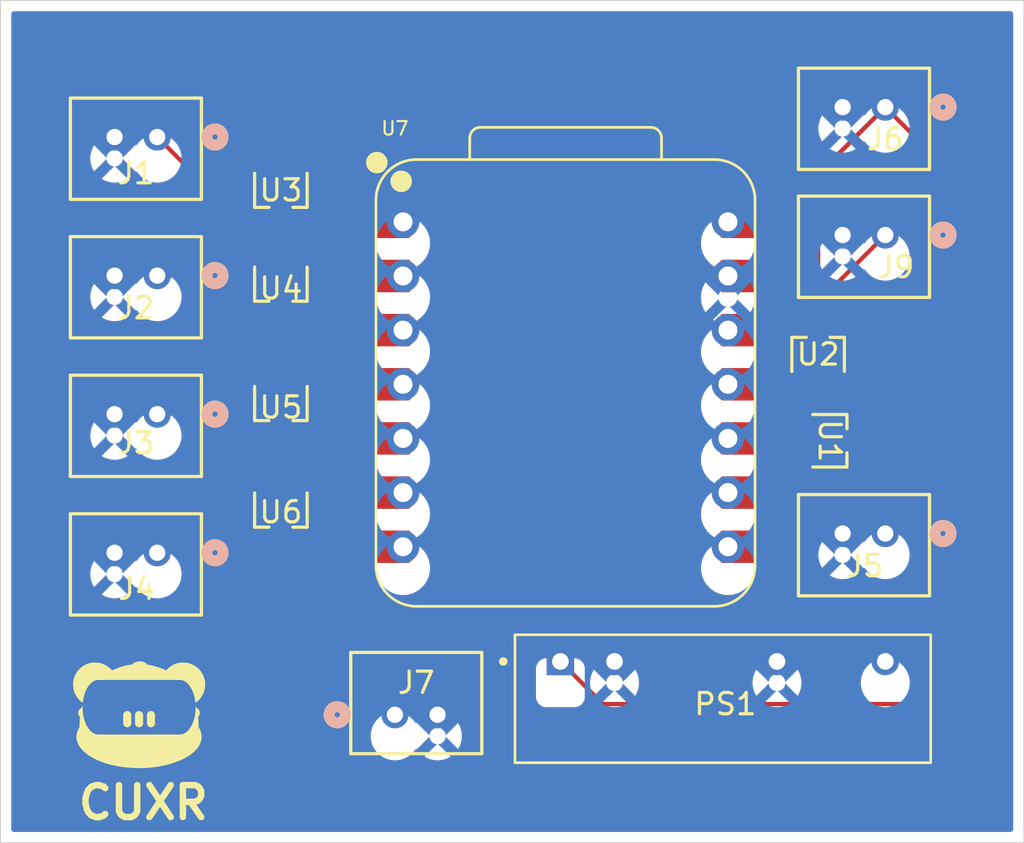
<source format=kicad_pcb>
(kicad_pcb (version 20241229) (generator "pcbnew") (generator_version "9.0")
  (layers (0 "F.Cu" signal) (2 "B.Cu" signal) (13 "F.Paste" user) (15 "B.Paste" user) (5 "F.SilkS" user "F.Silkscreen") (7 "B.SilkS" user "B.Silkscreen") (1 "F.Mask" user) (3 "B.Mask" user) (25 "Edge.Cuts" user))
  (net 0 "")
  (net 1 "5V Fan Out")
  (net 2 "Battery 2 In")
  (net 3 "Atomizer 1 Out")
  (net 4 "Net-(U1-G)")
  (net 5 "12V Fan Out")
  (net 6 "Atomizer 2 Out")
  (net 7 "Atomizer 3 Out")
  (net 8 "Net-(U2-G)")
  (net 9 "Net-(U3-G)")
  (net 10 "Atomizer 4 Out")
  (net 11 "Net-(U4-G)")
  (net 12 "Net-(U5-G)")
  (net 13 "Net-(U6-G)")
  (net 16 "GND")
  (net 19 "Battery 1 In")
  (net 21 "Converter Out")
  (footprint "footprints_connector:CONN2_B2B-PH-K-S_JST" (layer "F.Cu") (at 84.850002 68.9017)
    (property "Reference" "J3" (at -1 1.360398 0) (layer "F.SilkS"))
    (property "Value" "B2B-PH-K-S" (hide yes))
    (fp_line (start -4.0734 -1.827) (end -4.0734 2.922801) (stroke (width 0.1524)) (layer "F.SilkS"))
    (fp_line (start -4.0734 2.922801) (end 2.0734 2.922801) (stroke (width 0.1524)) (layer "F.SilkS"))
    (fp_line (start 2.0734 -1.827) (end -4.0734 -1.827) (stroke (width 0.1524)) (layer "F.SilkS"))
    (fp_line (start 2.0734 2.922801) (end 2.0734 -1.827) (stroke (width 0.1524)) (layer "F.SilkS"))
    (fp_circle (center 2.7084 0) (end 3.0894 0) (stroke (width 0.508)) (fill no) (layer "F.SilkS"))
    (fp_circle (center 2.7084 0) (end 3.0894 0) (stroke (width 0.508)) (fill no) (layer "B.SilkS"))
    (pad "1" thru_hole circle (at 0 0) (size 1.27 1.27) (drill 0.762) (layers "*.Cu" "*.Mask") (net 7 "Atomizer 3 Out"))
    (pad "2" thru_hole circle (at -2.000001 0) (size 1.27 1.27) (drill 0.762) (layers "*.Cu" "*.Mask") (net 16 "GND"))
  )
  (footprint "footprints:SOT_12UW-7_DIO" (layer "F.Cu") (at 115.850001 66.0983)
    (property "Reference" "U2" (at 0 0 0) (layer "F.SilkS"))
    (property "Value" "DMG1012UW-7" (hide yes))
    (fp_line (start -1.2319 -0.8001) (end -1.2319 0.8001) (stroke (width 0.1524)) (layer "F.SilkS"))
    (fp_line (start -0.56134 -0.8001) (end -1.2319 -0.8001) (stroke (width 0.1524)) (layer "F.SilkS"))
    (fp_line (start 1.2319 -0.8001) (end 0.56134 -0.8001) (stroke (width 0.1524)) (layer "F.SilkS"))
    (fp_line (start 1.2319 0.8001) (end 1.2319 -0.8001) (stroke (width 0.1524)) (layer "F.SilkS"))
    (pad "1" smd rect (at -0.649999 0.9017) (size 0.4572 1.1176) (layers "F.Cu" "F.Mask" "F.Paste") (net 8 "Net-(U2-G)"))
    (pad "2" smd rect (at 0.649999 0.9017) (size 0.4572 1.1176) (layers "F.Cu" "F.Mask" "F.Paste") (net 1 "5V Fan Out"))
    (pad "3" smd rect (at 0 -0.9017) (size 0.4572 1.1176) (layers "F.Cu" "F.Mask" "F.Paste") (net 2 "Battery 2 In"))
  )
  (footprint "footprints_connector:CONN2_B2B-PH-K-S_JST" (layer "F.Cu") (at 84.850001 62.4017)
    (property "Reference" "J2" (at -1 1.526399 0) (layer "F.SilkS"))
    (property "Value" "B2B-PH-K-S" (hide yes))
    (fp_line (start -4.0734 -1.827) (end -4.0734 2.922801) (stroke (width 0.1524)) (layer "F.SilkS"))
    (fp_line (start -4.0734 2.922801) (end 2.0734 2.922801) (stroke (width 0.1524)) (layer "F.SilkS"))
    (fp_line (start 2.0734 -1.827) (end -4.0734 -1.827) (stroke (width 0.1524)) (layer "F.SilkS"))
    (fp_line (start 2.0734 2.922801) (end 2.0734 -1.827) (stroke (width 0.1524)) (layer "F.SilkS"))
    (fp_circle (center 2.7084 0) (end 3.0894 0) (stroke (width 0.508)) (fill no) (layer "F.SilkS"))
    (fp_circle (center 2.7084 0) (end 3.0894 0) (stroke (width 0.508)) (fill no) (layer "B.SilkS"))
    (pad "1" thru_hole circle (at 0 0) (size 1.27 1.27) (drill 0.762) (layers "*.Cu" "*.Mask") (net 6 "Atomizer 2 Out"))
    (pad "2" thru_hole circle (at -2.000001 0) (size 1.27 1.27) (drill 0.762) (layers "*.Cu" "*.Mask") (net 16 "GND"))
  )
  (footprint "footprints:SOT_12UW-7_DIO" (layer "F.Cu") (at 116.4017 70.149999 -90)
    (property "Reference" "U1" (at 0 0 270) (layer "F.SilkS"))
    (property "Value" "DMG1012UW-7" (hide yes))
    (fp_line (start 1.2319 0.8001) (end 1.2319 -0.8001) (stroke (width 0.1524)) (layer "F.SilkS"))
    (fp_line (start -1.2319 -0.8001) (end -1.2319 0.8001) (stroke (width 0.1524)) (layer "F.SilkS"))
    (fp_line (start -0.56134 -0.8001) (end -1.2319 -0.8001) (stroke (width 0.1524)) (layer "F.SilkS"))
    (fp_line (start 1.2319 -0.8001) (end 0.56134 -0.8001) (stroke (width 0.1524)) (layer "F.SilkS"))
    (pad "1" smd rect (at -0.649999 0.9017 270) (size 0.4572 1.1176) (layers "F.Cu" "F.Mask" "F.Paste") (net 4 "Net-(U1-G)"))
    (pad "2" smd rect (at 0.649999 0.9017 270) (size 0.4572 1.1176) (layers "F.Cu" "F.Mask" "F.Paste") (net 5 "12V Fan Out"))
    (pad "3" smd rect (at 0 -0.9017 270) (size 0.4572 1.1176) (layers "F.Cu" "F.Mask" "F.Paste") (net 21 "Converter Out"))
  )
  (footprint "SeeedStudio_XIAO_nRF52840_v1.1_KiCAD:XIAO-nRF52840-DIP" (layer "F.Cu") (at 104 67.5)
    (property "Reference" "U7" (at -8 -12 0) (layer "F.SilkS") (effects (font (size 0.635 0.635) (thickness 0.1016))))
    (property "Value" "XIAO-nRF52840-DIP" (hide yes))
    (fp_line (start -8.89 8.509) (end -8.89 -8.636) (stroke (width 0.127)) (layer "F.SilkS"))
    (fp_line (start -6.985 10.414) (end 6.985 10.414) (stroke (width 0.127)) (layer "F.SilkS"))
    (fp_line (start -4.495 -10.541) (end -4.491272 -11.551272) (stroke (width 0.127)) (layer "F.SilkS"))
    (fp_line (start -3.991272 -12.051) (end 4.004 -12.051) (stroke (width 0.127)) (layer "F.SilkS"))
    (fp_line (start 4.504 -11.551) (end 4.504 -10.541) (stroke (width 0.127)) (layer "F.SilkS"))
    (fp_line (start 6.985 -10.541) (end -6.985 -10.541) (stroke (width 0.1)) (layer "F.SilkS"))
    (fp_line (start 6.985 -10.541) (end -6.985 -10.541) (stroke (width 0.127)) (layer "F.SilkS"))
    (fp_line (start 8.89 8.509) (end 8.89 -8.636) (stroke (width 0.127)) (layer "F.SilkS"))
    (fp_arc (start -8.89 -8.636) (mid -8.332038 -9.983038) (end -6.985 -10.541) (stroke (width 0.127)) (layer "F.SilkS"))
    (fp_arc (start -6.985 10.414) (mid -8.332038 9.856038) (end -8.89 8.509) (stroke (width 0.127)) (layer "F.SilkS"))
    (fp_arc (start -4.491272 -11.551272) (mid -4.344728 -11.90464) (end -3.991272 -12.051) (stroke (width 0.127)) (layer "F.SilkS"))
    (fp_arc (start 4.004 -12.051) (mid 4.357524 -11.904524) (end 4.504 -11.551) (stroke (width 0.127)) (layer "F.SilkS"))
    (fp_arc (start 6.985 -10.541) (mid 8.332038 -9.983038) (end 8.89 -8.636) (stroke (width 0.127)) (layer "F.SilkS"))
    (fp_arc (start 8.89 8.509) (mid 8.332038 9.856038) (end 6.985 10.414) (stroke (width 0.127)) (layer "F.SilkS"))
    (fp_circle (center -8.85 -10.4) (end -8.85 -10.654) (stroke (width 0.5)) (fill yes) (layer "F.SilkS"))
    (fp_circle (center -7.707 -9.52) (end -7.707 -9.774) (stroke (width 0.5)) (fill yes) (layer "F.SilkS"))
    (pad "1" smd roundrect (at -8.455 -7.62 180) (size 2.432 1.524) (layers "F.Cu" "F.Mask") (roundrect_rratio 0.1))
    (pad "1" thru_hole circle (at -7.62 -7.62 180) (size 1.524 1.524) (drill 0.889) (layers "*.Cu" "*.Mask"))
    (pad "2" smd roundrect (at -8.455 -5.08 180) (size 2.432 1.524) (layers "F.Cu" "F.Mask") (roundrect_rratio 0.1) (net 9 "Net-(U3-G)"))
    (pad "2" thru_hole circle (at -7.62 -5.08 180) (size 1.524 1.524) (drill 0.889) (layers "*.Cu" "*.Mask") (net 9 "Net-(U3-G)"))
    (pad "3" smd roundrect (at -8.455 -2.54 180) (size 2.432 1.524) (layers "F.Cu" "F.Mask") (roundrect_rratio 0.1) (net 11 "Net-(U4-G)"))
    (pad "3" thru_hole circle (at -7.62 -2.54 180) (size 1.524 1.524) (drill 0.889) (layers "*.Cu" "*.Mask") (net 11 "Net-(U4-G)"))
    (pad "4" smd roundrect (at -8.455 0 180) (size 2.432 1.524) (layers "F.Cu" "F.Mask") (roundrect_rratio 0.1) (net 12 "Net-(U5-G)"))
    (pad "4" thru_hole circle (at -7.62 0 180) (size 1.524 1.524) (drill 0.889) (layers "*.Cu" "*.Mask") (net 12 "Net-(U5-G)"))
    (pad "5" smd roundrect (at -8.455 2.54 180) (size 2.432 1.524) (layers "F.Cu" "F.Mask") (roundrect_rratio 0.1) (net 13 "Net-(U6-G)"))
    (pad "5" thru_hole circle (at -7.62 2.54 180) (size 1.524 1.524) (drill 0.889) (layers "*.Cu" "*.Mask") (net 13 "Net-(U6-G)"))
    (pad "6" smd roundrect (at -8.455 5.08 180) (size 2.432 1.524) (layers "F.Cu" "F.Mask") (roundrect_rratio 0.1))
    (pad "6" thru_hole circle (at -7.62 5.08 180) (size 1.524 1.524) (drill 0.889) (layers "*.Cu" "*.Mask"))
    (pad "7" smd roundrect (at -8.455 7.62 180) (size 2.432 1.524) (layers "F.Cu" "F.Mask") (roundrect_rratio 0.1))
    (pad "7" thru_hole circle (at -7.62 7.62 180) (size 1.524 1.524) (drill 0.889) (layers "*.Cu" "*.Mask"))
    (pad "8" thru_hole circle (at 7.62 7.62) (size 1.524 1.524) (drill 0.889) (layers "*.Cu" "*.Mask"))
    (pad "8" smd roundrect (at 8.455 7.62) (size 2.432 1.524) (layers "F.Cu" "F.Mask") (roundrect_rratio 0.1))
    (pad "9" thru_hole circle (at 7.62 5.08) (size 1.524 1.524) (drill 0.889) (layers "*.Cu" "*.Mask"))
    (pad "9" smd roundrect (at 8.455 5.08) (size 2.432 1.524) (layers "F.Cu" "F.Mask") (roundrect_rratio 0.1))
    (pad "10" thru_hole circle (at 7.62 2.54) (size 1.524 1.524) (drill 0.889) (layers "*.Cu" "*.Mask") (net 4 "Net-(U1-G)"))
    (pad "10" smd roundrect (at 8.455 2.54) (size 2.432 1.524) (layers "F.Cu" "F.Mask") (roundrect_rratio 0.1) (net 4 "Net-(U1-G)"))
    (pad "11" thru_hole circle (at 7.62 0) (size 1.524 1.524) (drill 0.889) (layers "*.Cu" "*.Mask") (net 8 "Net-(U2-G)"))
    (pad "11" smd roundrect (at 8.455 0) (size 2.432 1.524) (layers "F.Cu" "F.Mask") (roundrect_rratio 0.1) (net 8 "Net-(U2-G)"))
    (pad "12" thru_hole circle (at 7.62 -2.54) (size 1.524 1.524) (drill 0.889) (layers "*.Cu" "*.Mask"))
    (pad "12" smd roundrect (at 8.455 -2.54) (size 2.432 1.524) (layers "F.Cu" "F.Mask") (roundrect_rratio 0.1))
    (pad "13" thru_hole circle (at 7.62 -5.08) (size 1.524 1.524) (drill 0.889) (layers "*.Cu" "*.Mask") (net 16 "GND"))
    (pad "13" smd roundrect (at 8.455 -5.08) (size 2.432 1.524) (layers "F.Cu" "F.Mask") (roundrect_rratio 0.1) (net 16 "GND"))
    (pad "14" thru_hole circle (at 7.62 -7.62) (size 1.524 1.524) (drill 0.889) (layers "*.Cu" "*.Mask") (net 2 "Battery 2 In"))
    (pad "14" smd roundrect (at 8.455 -7.62) (size 2.432 1.524) (layers "F.Cu" "F.Mask") (roundrect_rratio 0.1) (net 2 "Battery 2 In"))
  )
  (footprint "footprints_connector:CONN2_B2B-PH-K-S_JST" (layer "F.Cu") (at 119 60.5)
    (property "Reference" "J9" (at 0.5 1.5 0) (layer "F.SilkS"))
    (property "Value" "B2B-PH-K-S" (hide yes))
    (fp_line (start -4.0734 -1.827) (end -4.0734 2.922801) (stroke (width 0.1524)) (layer "F.SilkS"))
    (fp_line (start -4.0734 2.922801) (end 2.0734 2.922801) (stroke (width 0.1524)) (layer "F.SilkS"))
    (fp_line (start 2.0734 -1.827) (end -4.0734 -1.827) (stroke (width 0.1524)) (layer "F.SilkS"))
    (fp_line (start 2.0734 2.922801) (end 2.0734 -1.827) (stroke (width 0.1524)) (layer "F.SilkS"))
    (fp_circle (center 2.7084 0) (end 3.0894 0) (stroke (width 0.508)) (fill no) (layer "F.SilkS"))
    (fp_circle (center 2.7084 0) (end 3.0894 0) (stroke (width 0.508)) (fill no) (layer "B.SilkS"))
    (pad "1" thru_hole circle (at 0 0) (size 1.27 1.27) (drill 0.762) (layers "*.Cu" "*.Mask") (net 1 "5V Fan Out"))
    (pad "2" thru_hole circle (at -2.000001 0) (size 1.27 1.27) (drill 0.762) (layers "*.Cu" "*.Mask") (net 16 "GND"))
  )
  (footprint "footprints:CONV_2S7BE_0512S3U" (layer "F.Cu") (at 111.38 82.25)
    (property "Reference" "PS1" (at 0.12 0.25 0) (layer "F.SilkS"))
    (property "Value" "2S7BE_0512S3U" (hide yes))
    (fp_line (start -9.75 -3) (end 9.75 -3) (stroke (width 0.127)) (layer "F.SilkS"))
    (fp_line (start -9.75 3) (end -9.75 -3) (stroke (width 0.127)) (layer "F.SilkS"))
    (fp_line (start 9.75 -3) (end 9.75 3) (stroke (width 0.127)) (layer "F.SilkS"))
    (fp_line (start 9.75 3) (end -9.75 3) (stroke (width 0.127)) (layer "F.SilkS"))
    (fp_circle (center -10.3 -1.75) (end -10.2 -1.75) (stroke (width 0.2)) (fill no) (layer "F.SilkS"))
    (pad "1" thru_hole rect (at -7.62 -1.75) (size 1.288 1.288) (drill 0.78) (layers "*.Cu" "*.Mask") (net 2 "Battery 2 In"))
    (pad "2" thru_hole circle (at -5.08 -1.75) (size 1.288 1.288) (drill 0.78) (layers "*.Cu" "*.Mask") (net 16 "GND"))
    (pad "5" thru_hole circle (at 2.54 -1.75) (size 1.288 1.288) (drill 0.78) (layers "*.Cu" "*.Mask") (net 16 "GND"))
    (pad "7" thru_hole circle (at 7.62 -1.75) (size 1.288 1.288) (drill 0.78) (layers "*.Cu" "*.Mask") (net 21 "Converter Out"))
  )
  (footprint "footprints_connector:CONN2_B2B-PH-K-S_JST" (layer "F.Cu") (at 119 54.5)
    (property "Reference" "J6" (at 0 1.5 0) (layer "F.SilkS"))
    (property "Value" "B2B-PH-K-S" (hide yes))
    (fp_line (start -4.0734 -1.827) (end -4.0734 2.922801) (stroke (width 0.1524)) (layer "F.SilkS"))
    (fp_line (start -4.0734 2.922801) (end 2.0734 2.922801) (stroke (width 0.1524)) (layer "F.SilkS"))
    (fp_line (start 2.0734 -1.827) (end -4.0734 -1.827) (stroke (width 0.1524)) (layer "F.SilkS"))
    (fp_line (start 2.0734 2.922801) (end 2.0734 -1.827) (stroke (width 0.1524)) (layer "F.SilkS"))
    (fp_circle (center 2.7084 0) (end 3.0894 0) (stroke (width 0.508)) (fill no) (layer "F.SilkS"))
    (fp_circle (center 2.7084 0) (end 3.0894 0) (stroke (width 0.508)) (fill no) (layer "B.SilkS"))
    (pad "1" thru_hole circle (at 0 0) (size 1.27 1.27) (drill 0.762) (layers "*.Cu" "*.Mask") (net 2 "Battery 2 In"))
    (pad "2" thru_hole circle (at -2.000001 0) (size 1.27 1.27) (drill 0.762) (layers "*.Cu" "*.Mask") (net 16 "GND"))
  )
  (footprint "footprints_connector:CONN2_B2B-PH-K-S_JST" (layer "F.Cu") (at 84.850001 75.4017)
    (property "Reference" "J4" (at -0.960501 1.6924 0) (layer "F.SilkS"))
    (property "Value" "B2B-PH-K-S" (hide yes))
    (fp_line (start -4.0734 -1.827) (end -4.0734 2.922801) (stroke (width 0.1524)) (layer "F.SilkS"))
    (fp_line (start -4.0734 2.922801) (end 2.0734 2.922801) (stroke (width 0.1524)) (layer "F.SilkS"))
    (fp_line (start 2.0734 -1.827) (end -4.0734 -1.827) (stroke (width 0.1524)) (layer "F.SilkS"))
    (fp_line (start 2.0734 2.922801) (end 2.0734 -1.827) (stroke (width 0.1524)) (layer "F.SilkS"))
    (fp_circle (center 2.7084 0) (end 3.0894 0) (stroke (width 0.508)) (fill no) (layer "F.SilkS"))
    (fp_circle (center 2.7084 0) (end 3.0894 0) (stroke (width 0.508)) (fill no) (layer "B.SilkS"))
    (pad "1" thru_hole circle (at 0 0) (size 1.27 1.27) (drill 0.762) (layers "*.Cu" "*.Mask") (net 10 "Atomizer 4 Out"))
    (pad "2" thru_hole circle (at -2.000001 0) (size 1.27 1.27) (drill 0.762) (layers "*.Cu" "*.Mask") (net 16 "GND"))
  )
  (footprint "footprints:SOT_12UW-7_DIO" (layer "F.Cu") (at 90.649999 58.4017 180)
    (property "Reference" "U3" (at 0 0 0) (layer "F.SilkS"))
    (property "Value" "DMG1012UW-7" (hide yes))
    (fp_line (start 1.2319 0.8001) (end 1.2319 -0.8001) (stroke (width 0.1524)) (layer "F.SilkS"))
    (fp_line (start 1.2319 -0.8001) (end 0.56134 -0.8001) (stroke (width 0.1524)) (layer "F.SilkS"))
    (fp_line (start -0.56134 -0.8001) (end -1.2319 -0.8001) (stroke (width 0.1524)) (layer "F.SilkS"))
    (fp_line (start -1.2319 -0.8001) (end -1.2319 0.8001) (stroke (width 0.1524)) (layer "F.SilkS"))
    (pad "1" smd rect (at -0.649999 0.9017 180) (size 0.4572 1.1176) (layers "F.Cu" "F.Mask" "F.Paste") (net 9 "Net-(U3-G)"))
    (pad "2" smd rect (at 0.649999 0.9017 180) (size 0.4572 1.1176) (layers "F.Cu" "F.Mask" "F.Paste") (net 3 "Atomizer 1 Out"))
    (pad "3" smd rect (at 0 -0.9017 180) (size 0.4572 1.1176) (layers "F.Cu" "F.Mask" "F.Paste") (net 19 "Battery 1 In"))
  )
  (footprint "footprints:SOT_12UW-7_DIO" (layer "F.Cu") (at 90.649999 68.4017 180)
    (property "Reference" "U5" (at 0 -0.183245 0) (layer "F.SilkS"))
    (property "Value" "DMG1012UW-7" (hide yes))
    (fp_line (start 1.2319 0.8001) (end 1.2319 -0.8001) (stroke (width 0.1524)) (layer "F.SilkS"))
    (fp_line (start 1.2319 -0.8001) (end 0.56134 -0.8001) (stroke (width 0.1524)) (layer "F.SilkS"))
    (fp_line (start -0.56134 -0.8001) (end -1.2319 -0.8001) (stroke (width 0.1524)) (layer "F.SilkS"))
    (fp_line (start -1.2319 -0.8001) (end -1.2319 0.8001) (stroke (width 0.1524)) (layer "F.SilkS"))
    (pad "1" smd rect (at -0.649999 0.9017 180) (size 0.4572 1.1176) (layers "F.Cu" "F.Mask" "F.Paste") (net 12 "Net-(U5-G)"))
    (pad "2" smd rect (at 0.649999 0.9017 180) (size 0.4572 1.1176) (layers "F.Cu" "F.Mask" "F.Paste") (net 7 "Atomizer 3 Out"))
    (pad "3" smd rect (at 0 -0.9017 180) (size 0.4572 1.1176) (layers "F.Cu" "F.Mask" "F.Paste") (net 19 "Battery 1 In"))
  )
  (footprint "footprints:SOT_12UW-7_DIO" (layer "F.Cu") (at 90.649999 62.8034 180)
    (property "Reference" "U4" (at 0 -0.199127 0) (layer "F.SilkS"))
    (property "Value" "DMG1012UW-7" (hide yes))
    (fp_line (start 1.2319 0.8001) (end 1.2319 -0.8001) (stroke (width 0.1524)) (layer "F.SilkS"))
    (fp_line (start 1.2319 -0.8001) (end 0.56134 -0.8001) (stroke (width 0.1524)) (layer "F.SilkS"))
    (fp_line (start -0.56134 -0.8001) (end -1.2319 -0.8001) (stroke (width 0.1524)) (layer "F.SilkS"))
    (fp_line (start -1.2319 -0.8001) (end -1.2319 0.8001) (stroke (width 0.1524)) (layer "F.SilkS"))
    (pad "1" smd rect (at -0.649999 0.9017 180) (size 0.4572 1.1176) (layers "F.Cu" "F.Mask" "F.Paste") (net 11 "Net-(U4-G)"))
    (pad "2" smd rect (at 0.649999 0.9017 180) (size 0.4572 1.1176) (layers "F.Cu" "F.Mask" "F.Paste") (net 6 "Atomizer 2 Out"))
    (pad "3" smd rect (at 0 -0.9017 180) (size 0.4572 1.1176) (layers "F.Cu" "F.Mask" "F.Paste") (net 19 "Battery 1 In"))
  )
  (footprint "footprints_connector:CONN2_B2B-PH-K-S_JST" (layer "F.Cu") (at 84.850001 55.9017)
    (property "Reference" "J1" (at -1 1.6924 0) (layer "F.SilkS"))
    (property "Value" "B2B-PH-K-S" (hide yes))
    (fp_line (start -4.0734 -1.827) (end -4.0734 2.922801) (stroke (width 0.1524)) (layer "F.SilkS"))
    (fp_line (start -4.0734 2.922801) (end 2.0734 2.922801) (stroke (width 0.1524)) (layer "F.SilkS"))
    (fp_line (start 2.0734 -1.827) (end -4.0734 -1.827) (stroke (width 0.1524)) (layer "F.SilkS"))
    (fp_line (start 2.0734 2.922801) (end 2.0734 -1.827) (stroke (width 0.1524)) (layer "F.SilkS"))
    (fp_circle (center 2.7084 0) (end 3.0894 0) (stroke (width 0.508)) (fill no) (layer "F.SilkS"))
    (fp_circle (center 2.7084 0) (end 3.0894 0) (stroke (width 0.508)) (fill no) (layer "B.SilkS"))
    (pad "1" thru_hole circle (at 0 0) (size 1.27 1.27) (drill 0.762) (layers "*.Cu" "*.Mask") (net 3 "Atomizer 1 Out"))
    (pad "2" thru_hole circle (at -2.000001 0) (size 1.27 1.27) (drill 0.762) (layers "*.Cu" "*.Mask") (net 16 "GND"))
  )
  (footprint "LOGO" (layer "F.Cu") (at 84 83)
    (property "Reference" "G***" (hide yes))
    (property "Value" "LOGO" (hide yes))
    (fp_poly (pts (xy 0.56852 -0.174894) (xy 0.597583 -0.170782) (xy 0.625096 -0.162471) (xy 0.65073 -0.150216) (xy 0.674151 -0.134276) (xy 0.69503 -0.114907) (xy 0.713034 -0.092366) (xy 0.727832 -0.066911) (xy 0.737394 -0.043893) (xy 0.74502 -0.021947) (xy 0.74502 0.205602) (xy 0.74502 0.433151) (xy 0.737394 0.455097) (xy 0.725435 0.482931) (xy 0.709981 0.50801) (xy 0.691308 0.530075) (xy 0.66969 0.548871) (xy 0.645402 0.564139) (xy 0.618718 0.575622) (xy 0.604102 0.579982) (xy 0.587584 0.583206) (xy 0.569033 0.585183) (xy 0.550141 0.585841) (xy 0.532599 0.585107) (xy 0.520936 0.583522) (xy 0.492247 0.575652) (xy 0.46565 0.563768) (xy 0.44146 0.548106) (xy 0.419989 0.528904) (xy 0.401552 0.506402) (xy 0.386871 0.481664) (xy 0.383727 0.475416) (xy 0.380938 0.469829) (xy 0.378483 0.464601) (xy 0.376342 0.459431) (xy 0.374492 0.454016) (xy 0.372913 0.448056) (xy 0.371583 0.441247) (xy 0.370481 0.433288) (xy 0.369586 0.423877) (xy 0.368876 0.412713) (xy 0.36833 0.399493) (xy 0.367927 0.383915) (xy 0.367645 0.365678) (xy 0.367463 0.34448) (xy 0.36736 0.320019) (xy 0.367314 0.291993) (xy 0.367305 0.2601) (xy 0.36731 0.224038) (xy 0.367312 0.204512) (xy 0.367314 0.167696) (xy 0.367325 0.135204) (xy 0.367349 0.106737) (xy 0.367394 0.082001) (xy 0.367465 0.060697) (xy 0.367568 0.04253) (xy 0.36771 0.027201) (xy 0.367895 0.014415) (xy 0.368131 0.003874) (xy 0.368422 -0.004718) (xy 0.368776 -0.011658) (xy 0.369198 -0.017244) (xy 0.369693 -0.021772) (xy 0.370269 -0.025538) (xy 0.370931 -0.028841) (xy 0.371685 -0.031976) (xy 0.372109 -0.033615) (xy 0.381538 -0.060834) (xy 0.394773 -0.085854) (xy 0.411414 -0.108386) (xy 0.431063 -0.128143) (xy 0.453319 -0.144838) (xy 0.477782 -0.158183) (xy 0.504054 -0.16789) (xy 0.531734 -0.173673) (xy 0.560423 -0.175244)) (fill yes) (layer "F.SilkS"))
    (fp_poly (pts (xy 0.021843 -0.173744) (xy 0.049546 -0.168172) (xy 0.075892 -0.158698) (xy 0.100475 -0.145548) (xy 0.122886 -0.128949) (xy 0.142717 -0.109124) (xy 0.159561 -0.086302) (xy 0.173008 -0.060706) (xy 0.175202 -0.055407) (xy 0.177338 -0.050036) (xy 0.179229 -0.045145) (xy 0.180888 -0.040433) (xy 0.182331 -0.035594) (xy 0.183573 -0.030327) (xy 0.184628 -0.024327) (xy 0.185512 -0.017292) (xy 0.18624 -0.008918) (xy 0.186827 0.001098) (xy 0.187287 0.013059) (xy 0.187636 0.02727) (xy 0.187888 0.044032) (xy 0.18806 0.063649) (xy 0.188165 0.086425) (xy 0.188219 0.112663) (xy 0.188236 0.142666) (xy 0.188233 0.176738) (xy 0.188224 0.207912) (xy 0.188214 0.24456) (xy 0.188198 0.276884) (xy 0.18817 0.305182) (xy 0.188123 0.32975) (xy 0.18805 0.350886) (xy 0.187947 0.368886) (xy 0.187805 0.384048) (xy 0.18762 0.396667) (xy 0.187383 0.407041) (xy 0.18709 0.415468) (xy 0.186734 0.422243) (xy 0.186308 0.427664) (xy 0.185806 0.432028) (xy 0.185222 0.435631) (xy 0.184549 0.438771) (xy 0.183781 0.441744) (xy 0.183165 0.443951) (xy 0.172888 0.472219) (xy 0.158834 0.498136) (xy 0.141318 0.521388) (xy 0.120651 0.541659) (xy 0.097146 0.558631) (xy 0.071117 0.57199) (xy 0.048513 0.579912) (xy 0.032945 0.583174) (xy 0.014645 0.585193) (xy -0.004647 0.585897) (xy -0.023195 0.585213) (xy -0.036963 0.583505) (xy -0.062483 0.576769) (xy -0.087495 0.566018) (xy -0.110889 0.551816) (xy -0.129894 0.536311) (xy -0.145121 0.520809) (xy -0.157275 0.505567) (xy -0.167523 0.489008) (xy -0.173381 0.477491) (xy -0.176153 0.471756) (xy -0.178611 0.466666) (xy -0.180774 0.461924) (xy -0.182661 0.457231) (xy -0.18429 0.452288) (xy -0.18568 0.446797) (xy -0.186851 0.44046) (xy -0.18782 0.432977) (xy -0.188607 0.424051) (xy -0.189231 0.413383) (xy -0.189709 0.400675) (xy -0.190062 0.385628) (xy -0.190308 0.367943) (xy -0.190466 0.347323) (xy -0.190554 0.323468) (xy -0.190592 0.296081) (xy -0.190597 0.264862) (xy -0.19059 0.229513) (xy -0.190587 0.204447) (xy -0.190587 -0.019637) (xy -0.185171 -0.036963) (xy -0.181539 -0.04712) (xy -0.176538 -0.059215) (xy -0.171054 -0.071151) (xy -0.169093 -0.07508) (xy -0.163436 -0.085392) (xy -0.157527 -0.094349) (xy -0.150402 -0.103219) (xy -0.141099 -0.113266) (xy -0.136391 -0.118061) (xy -0.114527 -0.137553) (xy -0.091789 -0.152721) (xy -0.067655 -0.163847) (xy -0.041603 -0.171212) (xy -0.035998 -0.172279) (xy -0.006807 -0.175188)) (fill yes) (layer "F.SilkS"))
    (fp_poly (pts (xy -0.542526 -0.174121) (xy -0.53157 -0.173587) (xy -0.522526 -0.172516) (xy -0.514043 -0.170761) (xy -0.507087 -0.168865) (xy -0.478172 -0.158191) (xy -0.452157 -0.143976) (xy -0.429153 -0.126308) (xy -0.409269 -0.105277) (xy -0.392614 -0.080974) (xy -0.386933 -0.07046) (xy -0.383773 -0.064241) (xy -0.380971 -0.058676) (xy -0.378506 -0.053464) (xy -0.376356 -0.048301) (xy -0.3745 -0.042887) (xy -0.372916 -0.036917) (xy -0.371583 -0.03009) (xy -0.370478 -0.022104) (xy -0.369582 -0.012655) (xy -0.368871 -0.001443) (xy -0.368325 0.011837) (xy -0.367923 0.027485) (xy -0.367642 0.045805) (xy -0.367461 0.067098) (xy -0.36736 0.091668) (xy -0.367315 0.119816) (xy -0.367306 0.151846) (xy -0.367311 0.188058) (xy -0.367313 0.205602) (xy -0.367308 0.243748) (xy -0.367307 0.277577) (xy -0.367333 0.307391) (xy -0.367406 0.333493) (xy -0.367548 0.356186) (xy -0.367779 0.375773) (xy -0.368123 0.392557) (xy -0.3686 0.40684) (xy -0.369231 0.418926) (xy -0.370039 0.429116) (xy -0.371043 0.437715) (xy -0.372267 0.445024) (xy -0.373731 0.451347) (xy -0.375457 0.456987) (xy -0.377466 0.462245) (xy -0.37978 0.467425) (xy -0.38242 0.472831) (xy -0.385407 0.478764) (xy -0.386859 0.481664) (xy -0.401902 0.50681) (xy -0.420427 0.529076) (xy -0.442097 0.548187) (xy -0.466578 0.563866) (xy -0.493532 0.575835) (xy -0.50613 0.579867) (xy -0.521074 0.583028) (xy -0.538747 0.585073) (xy -0.557421 0.58593) (xy -0.575368 0.585526) (xy -0.590862 0.583791) (xy -0.592551 0.583474) (xy -0.620298 0.575697) (xy -0.646317 0.563895) (xy -0.670211 0.54845) (xy -0.691578 0.529746) (xy -0.71002 0.508166) (xy -0.725136 0.484092) (xy -0.736528 0.457907) (xy -0.741578 0.440643) (xy -0.74235 0.437273) (xy -0.74303 0.433804) (xy -0.743624 0.429936) (xy -0.744137 0.425367) (xy -0.744575 0.419796) (xy -0.744945 0.412922) (xy -0.745251 0.404444) (xy -0.745501 0.39406) (xy -0.745699 0.38147) (xy -0.745852 0.366373) (xy -0.745965 0.348467) (xy -0.746045 0.327452) (xy -0.746097 0.303026) (xy -0.746127 0.274888) (xy -0.74614 0.242737) (xy -0.746143 0.206272) (xy -0.746143 0.205602) (xy -0.746141 0.169087) (xy -0.746128 0.13689) (xy -0.746101 0.10871) (xy -0.746051 0.084245) (xy -0.745974 0.063193) (xy -0.745864 0.045251) (xy -0.745714 0.030119) (xy -0.745519 0.017494) (xy -0.745272 0.007075) (xy -0.744968 -0.001441) (xy -0.7446 -0.008355) (xy -0.744163 -0.013968) (xy -0.74365 -0.018584) (xy -0.743056 -0.022504) (xy -0.742375 -0.026029) (xy -0.7416 -0.029461) (xy -0.741464 -0.030033) (xy -0.732632 -0.057322) (xy -0.719734 -0.082796) (xy -0.70311 -0.106032) (xy -0.683098 -0.126609) (xy -0.660039 -0.144103) (xy -0.641064 -0.15489) (xy -0.625035 -0.162405) (xy -0.611117 -0.167752) (xy -0.597843 -0.171268) (xy -0.583742 -0.173292) (xy -0.567347 -0.174159) (xy -0.556744 -0.174266)) (fill yes) (layer "F.SilkS"))
    (fp_poly (pts (xy -2.648577 -0.349487) (xy -2.648501 -0.312498) (xy -2.648274 -0.279891) (xy -2.647896 -0.251709) (xy -2.647368 -0.227998) (xy -2.646692 -0.208802) (xy -2.645868 -0.194166) (xy -2.645584 -0.190587) (xy -2.639924 -0.1311) (xy -2.6335 -0.0754) (xy -2.626179 -0.022696) (xy -2.617829 0.027802) (xy -2.608317 0.076885) (xy -2.597508 0.125343) (xy -2.585271 0.173966) (xy -2.582361 0.184811) (xy -2.561879 0.25475) (xy -2.539129 0.32204) (xy -2.514207 0.386544) (xy -2.487206 0.448125) (xy -2.458223 0.506647) (xy -2.427351 0.561974) (xy -2.394685 0.613969) (xy -2.360321 0.662495) (xy -2.324353 0.707416) (xy -2.286876 0.748596) (xy -2.247985 0.785897) (xy -2.207774 0.819184) (xy -2.166339 0.84832) (xy -2.123775 0.873168) (xy -2.094143 0.887586) (xy -2.051553 0.904482) (xy -2.009022 0.916936) (xy -1.96604 0.925091) (xy -1.95669 0.926297) (xy -1.953991 0.92646) (xy -1.948671 0.926616) (xy -1.94067 0.926765) (xy -1.929928 0.926908) (xy -1.916385 0.927043) (xy -1.899981 0.927171) (xy -1.880656 0.927293) (xy -1.85835 0.927408) (xy -1.833005 0.927516) (xy -1.804558 0.927618) (xy -1.772952 0.927713) (xy -1.738126 0.927801) (xy -1.70002 0.927883) (xy -1.658574 0.927959) (xy -1.613729 0.928029) (xy -1.565424 0.928092) (xy -1.5136 0.928149) (xy -1.458197 0.9282) (xy -1.399155 0.928244) (xy -1.336414 0.928283) (xy -1.269914 0.928316) (xy -1.199596 0.928343) (xy -1.125399 0.928364) (xy -1.047264 0.928379) (xy -0.965131 0.928389) (xy -0.87894 0.928392) (xy -0.788631 0.928391) (xy -0.694145 0.928383) (xy -0.595421 0.92837) (xy -0.492399 0.928352) (xy -0.38502 0.928328) (xy -0.273224 0.928299) (xy -0.156951 0.928265) (xy -0.036141 0.928226) (xy 0.012705 0.928209) (xy 0.126666 0.928168) (xy 0.236099 0.928129) (xy 0.341098 0.92809) (xy 0.441754 0.928052) (xy 0.538162 0.928015) (xy 0.630414 0.927977) (xy 0.718602 0.92794) (xy 0.802819 0.927902) (xy 0.883159 0.927863) (xy 0.959714 0.927824) (xy 1.032576 0.927783) (xy 1.101839 0.927742) (xy 1.167596 0.927699) (xy 1.229939 0.927654) (xy 1.288961 0.927607) (xy 1.344755 0.927558) (xy 1.397414 0.927506) (xy 1.447031 0.927452) (xy 1.493698 0.927394) (xy 1.537507 0.927334) (xy 1.578553 0.92727) (xy 1.616928 0.927203) (xy 1.652725 0.927131) (xy 1.686036 0.927056) (xy 1.716954 0.926976) (xy 1.745572 0.926892) (xy 1.771983 0.926803) (xy 1.79628 0.926708) (xy 1.818555 0.926609) (xy 1.838901 0.926504) (xy 1.857412 0.926393) (xy 1.87418 0.926277) (xy 1.889297 0.926154) (xy 1.902857 0.926024) (xy 1.914953 0.925888) (xy 1.925677 0.925745) (xy 1.935121 0.925595) (xy 1.94338 0.925438) (xy 1.950545 0.925272) (xy 1.95671 0.925099) (xy 1.961967 0.924918) (xy 1.966409 0.924729) (xy 1.970128 0.924531) (xy 1.973219 0.924324) (xy 1.975773 0.924108) (xy 1.977884 0.923883) (xy 1.979644 0.923648) (xy 1.981145 0.923404) (xy 1.982101 0.923225) (xy 2.028671 0.911764) (xy 2.074223 0.895837) (xy 2.118695 0.8755) (xy 2.162023 0.85081) (xy 2.204146 0.82182) (xy 2.245 0.788588) (xy 2.284522 0.751167) (xy 2.322652 0.709614) (xy 2.359324 0.663984) (xy 2.394478 0.614332) (xy 2.428051 0.560714) (xy 2.459979 0.503185) (xy 2.46276 0.497835) (xy 2.496388 0.428109) (xy 2.526858 0.355151) (xy 2.554122 0.279142) (xy 2.578135 0.200265) (xy 2.59885 0.118704) (xy 2.616221 0.034639) (xy 2.630199 -0.051746) (xy 2.64074 -0.140269) (xy 2.647471 -0.225239) (xy 2.648009 -0.236521) (xy 2.648485 -0.251083) (xy 2.648894 -0.268291) (xy 2.649234 -0.287512) (xy 2.649503 -0.308113) (xy 2.649696 -0.329461) (xy 2.649812 -0.350922) (xy 2.649848 -0.371863) (xy 2.6498 -0.391651) (xy 2.649665 -0.409652) (xy 2.649442 -0.425234) (xy 2.649127 -0.437763) (xy 2.648716 -0.446605) (xy 2.648488 -0.449323) (xy 2.648675 -0.45121) (xy 2.650004 -0.449127) (xy 2.652317 -0.443537) (xy 2.655461 -0.434905) (xy 2.659278 -0.423696) (xy 2.663614 -0.410373) (xy 2.668312 -0.3954) (xy 2.673217 -0.379242) (xy 2.678173 -0.362362) (xy 2.681049 -0.352285) (xy 2.684548 -0.339984) (xy 2.687171 -0.331384) (xy 2.689292 -0.325741) (xy 2.691289 -0.32231) (xy 2.693538 -0.320345) (xy 2.696414 -0.319101) (xy 2.698075 -0.318559) (xy 2.710005 -0.313824) (xy 2.723858 -0.306894) (xy 2.738106 -0.298649) (xy 2.751223 -0.289967) (xy 2.760869 -0.282444) (xy 2.785104 -0.258348) (xy 2.805517 -0.231732) (xy 2.822034 -0.202779) (xy 2.834579 -0.171671) (xy 2.843078 -0.138592) (xy 2.847456 -0.103724) (xy 2.847765 -0.069861) (xy 2.844144 -0.03567) (xy 2.836417 -0.003474) (xy 2.824628 0.026622) (xy 2.80882 0.054512) (xy 2.789037 0.080088) (xy 2.783882 0.085683) (xy 2.77001 0.100261) (xy 2.773324 0.130407) (xy 2.775336 0.150889) (xy 2.77733 0.175277) (xy 2.779279 0.202915) (xy 2.781155 0.233149) (xy 2.782932 0.265321) (xy 2.784583 0.298778) (xy 2.78608 0.332862) (xy 2.787396 0.366918) (xy 2.788504 0.400292) (xy 2.789377 0.432326) (xy 2.789988 0.462366) (xy 2.790311 0.489756) (xy 2.790316 0.513839) (xy 2.789988 0.533642) (xy 2.788839 0.574069) (xy 2.806353 0.602946) (xy 2.838167 0.659416) (xy 2.865427 0.716433) (xy 2.888177 0.774126) (xy 2.906464 0.832623) (xy 2.920333 0.892049) (xy 2.928505 0.942038) (xy 2.929995 0.956545) (xy 2.93116 0.974509) (xy 2.931993 0.994915) (xy 2.932486 1.01675) (xy 2.932633 1.038997) (xy 2.932426 1.060642) (xy 2.931858 1.080671) (xy 2.930923 1.09807) (xy 2.929694 1.111177) (xy 2.919849 1.172106) (xy 2.905643 1.232069) (xy 2.887059 1.291098) (xy 2.864075 1.349221) (xy 2.836675 1.406471) (xy 2.804837 1.462878) (xy 2.768543 1.518471) (xy 2.727774 1.573283) (xy 2.682511 1.627343) (xy 2.632735 1.680682) (xy 2.578425 1.733331) (xy 2.519564 1.785319) (xy 2.493797 1.806707) (xy 2.436323 1.851499) (xy 2.374553 1.895692) (xy 2.308789 1.939118) (xy 2.239334 1.981609) (xy 2.166493 2.022998) (xy 2.090567 2.063117) (xy 2.011861 2.101799) (xy 1.930677 2.138874) (xy 1.847319 2.174176) (xy 1.785875 2.198497) (xy 1.668147 2.241534) (xy 1.547162 2.281402) (xy 1.423052 2.318077) (xy 1.295946 2.351532) (xy 1.165974 2.381744) (xy 1.033268 2.408686) (xy 0.897956 2.432334) (xy 0.760169 2.452662) (xy 0.620038 2.469646) (xy 0.477692 2.483259) (xy 0.333262 2.493477) (xy 0.235634 2.498401) (xy 0.212528 2.499266) (xy 0.185756 2.500073) (xy 0.156129 2.50081) (xy 0.124456 2.501466) (xy 0.091546 2.502032) (xy 0.058211 2.502495) (xy 0.025259 2.502844) (xy -0.0065 2.50307) (xy -0.036255 2.50316) (xy -0.063198 2.503105) (xy -0.086519 2.502892) (xy -0.091251 2.50282) (xy -0.232509 2.498804) (xy -0.372927 2.491458) (xy -0.512208 2.480822) (xy -0.650053 2.466938) (xy -0.786167 2.449848) (xy -0.920251 2.429593) (xy -1.052008 2.406216) (xy -1.181141 2.379757) (xy -1.307353 2.350258) (xy -1.430346 2.317761) (xy -1.446149 2.3133) (xy -1.538762 2.285958) (xy -1.627432 2.257702) (xy -1.712785 2.228294) (xy -1.795448 2.197495) (xy -1.876048 2.165068) (xy -1.955211 2.130772) (xy -2.033564 2.094371) (xy -2.074507 2.074377) (xy -2.158587 2.030882) (xy -2.238749 1.985831) (xy -2.314941 1.939268) (xy -2.387111 1.891237) (xy -2.455208 1.84178) (xy -2.519179 1.790942) (xy -2.578972 1.738765) (xy -2.634536 1.685293) (xy -2.685818 1.63057) (xy -2.732767 1.574638) (xy -2.77533 1.517541) (xy -2.813457 1.459323) (xy -2.816546 1.454233) (xy -2.847208 1.399203) (xy -2.873713 1.342749) (xy -2.895966 1.285141) (xy -2.913872 1.22665) (xy -2.927335 1.167547) (xy -2.935223 1.116952) (xy -2.936852 1.0997) (xy -2.938016 1.078988) (xy -2.938716 1.055954) (xy -2.938952 1.031735) (xy -2.938723 1.007469) (xy -2.93803 0.984293) (xy -2.936872 0.963345) (xy -2.935251 0.945762) (xy -2.935222 0.945527) (xy -2.926221 0.889153) (xy -2.91284 0.832512) (xy -2.895258 0.776096) (xy -2.873653 0.720398) (xy -2.848204 0.665909) (xy -2.819088 0.613124) (xy -2.808896 0.596464) (xy -2.795411 0.574967) (xy -2.795416 0.507524) (xy -2.795212 0.472937) (xy -2.794619 0.436119) (xy -2.79367 0.397776) (xy -2.792396 0.358617) (xy -2.79083 0.319348) (xy -2.789005 0.280676) (xy -2.786953 0.243309) (xy -2.784707 0.207953) (xy -2.7823 0.175317) (xy -2.779764 0.146106) (xy -2.777961 0.128366) (xy -2.774697 0.098488) (xy -2.790182 0.082159) (xy -2.810817 0.057207) (xy -2.82736 0.030167) (xy -2.839828 0.000997) (xy -2.848236 -0.030344) (xy -2.8526 -0.063898) (xy -2.853285 -0.084203) (xy -2.851367 -0.118936) (xy -2.845662 -0.152164) (xy -2.836348 -0.183564) (xy -2.823602 -0.212813) (xy -2.807601 -0.239589) (xy -2.788521 -0.263567) (xy -2.766541 -0.284425) (xy -2.741836 -0.30184) (xy -2.730587 -0.308103) (xy -2.720906 -0.312918) (xy -2.711733 -0.317175) (xy -2.704534 -0.320205) (xy -2.702411 -0.320963) (xy -2.697435 -0.322957) (xy -2.694291 -0.325835) (xy -2.691953 -0.330923) (xy -2.690153 -0.336842) (xy -2.68724 -0.346942) (xy -2.683282 -0.360389) (xy -2.6786 -0.376114) (xy -2.673515 -0.39305) (xy -2.66835 -0.41013) (xy -2.663425 -0.426287) (xy -2.659062 -0.440452) (xy -2.656084 -0.449978) (xy -2.648577 -0.473735)) (fill yes) (layer "F.SilkS"))
    (fp_poly (pts (xy 0.038993 -2.500761) (xy 0.059953 -2.500362) (xy 0.079741 -2.499642) (xy 0.097396 -2.498606) (xy 0.111954 -2.497263) (xy 0.117817 -2.496471) (xy 0.163852 -2.487754) (xy 0.206121 -2.476602) (xy 0.244579 -2.463032) (xy 0.279182 -2.447063) (xy 0.309884 -2.42871) (xy 0.32903 -2.414455) (xy 0.340046 -2.404488) (xy 0.35142 -2.39253) (xy 0.362055 -2.379866) (xy 0.370853 -2.367777) (xy 0.375345 -2.36032) (xy 0.378687 -2.354991) (xy 0.381571 -2.351969) (xy 0.382276 -2.351711) (xy 0.385163 -2.351356) (xy 0.391915 -2.350371) (xy 0.401835 -2.34886) (xy 0.414227 -2.346932) (xy 0.428395 -2.344693) (xy 0.434306 -2.343749) (xy 0.545737 -2.323625) (xy 0.656059 -2.299115) (xy 0.765064 -2.270279) (xy 0.872544 -2.237177) (xy 0.978291 -2.199869) (xy 1.082098 -2.158414) (xy 1.089974 -2.155065) (xy 1.107741 -2.147365) (xy 1.127759 -2.138503) (xy 1.149098 -2.128904) (xy 1.17083 -2.118993) (xy 1.192028 -2.109198) (xy 1.211763 -2.099944) (xy 1.229107 -2.091657) (xy 1.24313 -2.084765) (xy 1.264592 -2.073986) (xy 1.27016 -2.0806) (xy 1.31442 -2.129765) (xy 1.362522 -2.176755) (xy 1.41404 -2.22117) (xy 1.444993 -2.245347) (xy 1.50051 -2.284282) (xy 1.558504 -2.319391) (xy 1.61873 -2.350583) (xy 1.680943 -2.377767) (xy 1.744901 -2.400852) (xy 1.810358 -2.419747) (xy 1.877071 -2.43436) (xy 1.944795 -2.444601) (xy 1.990186 -2.448939) (xy 2.007728 -2.449882) (xy 2.028554 -2.450437) (xy 2.051656 -2.450623) (xy 2.076029 -2.45046) (xy 2.100666 -2.449966) (xy 2.12456 -2.449161) (xy 2.146705 -2.448063) (xy 2.166096 -2.446692) (xy 2.179618 -2.445332) (xy 2.247323 -2.435078) (xy 2.313465 -2.420925) (xy 2.377685 -2.402975) (xy 2.439627 -2.381327) (xy 2.498933 -2.356085) (xy 2.506224 -2.352643) (xy 2.568517 -2.320395) (xy 2.628006 -2.284492) (xy 2.684609 -2.245009) (xy 2.738244 -2.202021) (xy 2.788826 -2.1556) (xy 2.836272 -2.105823) (xy 2.880499 -2.052762) (xy 2.921425 -1.996492) (xy 2.943663 -1.962339) (xy 2.976577 -1.905801) (xy 3.005507 -1.847862) (xy 3.030557 -1.788229) (xy 3.051827 -1.726607) (xy 3.06942 -1.662702) (xy 3.083437 -1.59622) (xy 3.093674 -1.529314) (xy 3.094574 -1.519417) (xy 3.095324 -1.50562) (xy 3.095924 -1.48864) (xy 3.096372 -1.469196) (xy 3.09667 -1.448005) (xy 3.096816 -1.425784) (xy 3.096811 -1.403251) (xy 3.096654 -1.381125) (xy 3.096345 -1.360122) (xy 3.095884 -1.34096) (xy 3.095271 -1.324358) (xy 3.094505 -1.311032) (xy 3.093746 -1.30292) (xy 3.084858 -1.24235) (xy 3.073455 -1.184944) (xy 3.059283 -1.129837) (xy 3.042088 -1.076165) (xy 3.021615 -1.023061) (xy 2.99761 -0.96966) (xy 2.992852 -0.959864) (xy 2.960426 -0.898951) (xy 2.924271 -0.840599) (xy 2.884538 -0.784985) (xy 2.841376 -0.732285) (xy 2.794933 -0.682674) (xy 2.745359 -0.636328) (xy 2.692804 -0.593423) (xy 2.663384 -0.57185) (xy 2.641646 -0.556512) (xy 2.639936 -0.571067) (xy 2.634437 -0.61592) (xy 2.628894 -0.656979) (xy 2.623167 -0.695069) (xy 2.617118 -0.731013) (xy 2.610607 -0.765636) (xy 2.603495 -0.799764) (xy 2.595643 -0.834221) (xy 2.595251 -0.835874) (xy 2.579525 -0.896935) (xy 2.56156 -0.957501) (xy 2.541573 -1.017054) (xy 2.519777 -1.075076) (xy 2.49639 -1.131049) (xy 2.471625 -1.184455) (xy 2.445698 -1.234777) (xy 2.418826 -1.281496) (xy 2.393865 -1.320246) (xy 2.357588 -1.370383) (xy 2.320111 -1.416264) (xy 2.281478 -1.457856) (xy 2.241733 -1.495127) (xy 2.200919 -1.528045) (xy 2.159081 -1.556577) (xy 2.116262 -1.580689) (xy 2.072507 -1.600351) (xy 2.027859 -1.615529) (xy 1.982362 -1.62619) (xy 1.981129 -1.626414) (xy 1.979607 -1.626682) (xy 1.978022 -1.62694) (xy 1.976279 -1.627187) (xy 1.974285 -1.627424) (xy 1.971949 -1.627651) (xy 1.969177 -1.627868) (xy 1.965876 -1.628076) (xy 1.961953 -1.628274) (xy 1.957316 -1.628464) (xy 1.951871 -1.628644) (xy 1.945526 -1.628815) (xy 1.938188 -1.628978) (xy 1.929764 -1.629133) (xy 1.92016 -1.62928) (xy 1.909285 -1.629419) (xy 1.897045 -1.62955) (xy 1.883347 -1.629674) (xy 1.868098 -1.62979) (xy 1.851207 -1.6299) (xy 1.832578 -1.630003) (xy 1.812121 -1.630099) (xy 1.789742 -1.630189) (xy 1.765347 -1.630272) (xy 1.738845 -1.63035) (xy 1.710142 -1.630422) (xy 1.679145 -1.630489) (xy 1.645762 -1.630551) (xy 1.6099 -1.630607) (xy 1.571465 -1.630658) (xy 1.530365 -1.630705) (xy 1.486507 -1.630748) (xy 1.439798 -1.630786) (xy 1.390145 -1.63082) (xy 1.337455 -1.630851) (xy 1.281636 -1.630878) (xy 1.222595 -1.630902) (xy 1.160238 -1.630922) (xy 1.094473 -1.63094) (xy 1.025206 -1.630955) (xy 0.952346 -1.630967) (xy 0.875799 -1.630978) (xy 0.795472 -1.630986) (xy 0.711272 -1.630992) (xy 0.623107 -1.630997) (xy 0.530883 -1.631) (xy 0.434508 -1.631002) (xy 0.333889 -1.631004) (xy 0.228933 -1.631004) (xy 0.119546 -1.631004) (xy 0.005637 -1.631004) (xy -0.000044 -1.631004) (xy -0.114177 -1.631003) (xy -0.223783 -1.631002) (xy -0.328955 -1.631001) (xy -0.429785 -1.630999) (xy -0.526366 -1.630996) (xy -0.618791 -1.630992) (xy -0.707153 -1.630987) (xy -0.791545 -1.63098) (xy -0.87206 -1.630971) (xy -0.948791 -1.63096) (xy -1.02183 -1.630947) (xy -1.09127 -1.630932) (xy -1.157205 -1.630913) (xy -1.219727 -1.630892) (xy -1.278929 -1.630868) (xy -1.334904 -1.630841) (xy -1.387745 -1.63081) (xy -1.437545 -1.630776) (xy -1.484396 -1.630737) (xy -1.528392 -1.630694) (xy -1.569625 -1.630647) (xy -1.608188 -1.630596) (xy -1.644174 -1.630539) (xy -1.677677 -1.630478) (xy -1.708788 -1.630411) (xy -1.737601 -1.630339) (xy -1.764209 -1.630261) (xy -1.788704 -1.630177) (xy -1.81118 -1.630088) (xy -1.831729 -1.629991) (xy -1.850444 -1.629889) (xy -1.867419 -1.629779) (xy -1.882745 -1.629663) (xy -1.896516 -1.62954) (xy -1.908825 -1.629409) (xy -1.919765 -1.62927) (xy -1.929427 -1.629124) (xy -1.937907 -1.628969) (xy -1.945295 -1.628807) (xy -1.951686 -1.628636) (xy -1.957172 -1.628456) (xy -1.961845 -1.628267) (xy -1.9658 -1.628069) (xy -1.969128 -1.627862) (xy -1.971922 -1.627645) (xy -1.974277 -1.627419) (xy -1.976283 -1.627183) (xy -1.978034 -1.626936) (xy -1.979624 -1.626679) (xy -1.981145 -1.626411) (xy -1.981173 -1.626406) (xy -2.026191 -1.616053) (xy -2.07018 -1.601373) (xy -2.113211 -1.582326) (xy -2.155358 -1.558869) (xy -2.196691 -1.530962) (xy -2.237282 -1.498564) (xy -2.277205 -1.461634) (xy -2.287141 -1.451635) (xy -2.324703 -1.410802) (xy -2.360047 -1.367332) (xy -2.393347 -1.320942) (xy -2.424774 -1.271351) (xy -2.454502 -1.218276) (xy -2.482703 -1.161436) (xy -2.50955 -1.100547) (xy -2.524352 -1.063821) (xy -2.552189 -0.986706) (xy -2.576741 -0.906427) (xy -2.597982 -0.823096) (xy -2.615885 -0.736825) (xy -2.630423 -0.647724) (xy -2.638705 -0.582657) (xy -2.641647 -0.556591) (xy -2.66538 -0.573572) (xy -2.719538 -0.615094) (xy -2.770701 -0.659941) (xy -2.818717 -0.707896) (xy -2.863436 -0.758735) (xy -2.904707 -0.81224) (xy -2.942379 -0.868189) (xy -2.976301 -0.926363) (xy -3.006322 -0.98654) (xy -3.03229 -1.048501) (xy -3.054055 -1.112024) (xy -3.067602 -1.160847) (xy -3.074732 -1.19035) (xy -3.080631 -1.21718) (xy -3.085419 -1.242284) (xy -3.089212 -1.266605) (xy -3.092128 -1.29109) (xy -3.094284 -1.316683) (xy -3.0958 -1.344329) (xy -3.096791 -1.374973) (xy -3.097238 -1.398854) (xy -3.097535 -1.428354) (xy -3.097476 -1.454132) (xy -3.097002 -1.477076) (xy -3.096058 -1.498076) (xy -3.094587 -1.51802) (xy -3.092531 -1.537796) (xy -3.089835 -1.558293) (xy -3.086442 -1.5804) (xy -3.085141 -1.588308) (xy -3.071693 -1.655045) (xy -3.053872 -1.720517) (xy -3.031803 -1.784521) (xy -3.005609 -1.846855) (xy -2.975415 -1.907316) (xy -2.941345 -1.9657) (xy -2.903522 -2.021804) (xy -2.862071 -2.075426) (xy -2.817116 -2.126362) (xy -2.768781 -2.17441) (xy -2.717189 -2.219367) (xy -2.683229 -2.245892) (xy -2.626793 -2.285251) (xy -2.568078 -2.320617) (xy -2.507218 -2.351939) (xy -2.444347 -2.379163) (xy -2.379597 -2.402239) (xy -2.313104 -2.421113) (xy -2.244999 -2.435735) (xy -2.175418 -2.44605) (xy -2.168068 -2.446878) (xy -2.154038 -2.448035) (xy -2.136249 -2.448918) (xy -2.115556 -2.449531) (xy -2.092809 -2.44988) (xy -2.068864 -2.449968) (xy -2.044572 -2.449801) (xy -2.020787 -2.449383) (xy -1.998363 -2.448718) (xy -1.978152 -2.447812) (xy -1.961008 -2.44667) (xy -1.950914 -2.445688) (xy -1.915111 -2.440777) (xy -1.876995 -2.434215) (xy -1.838425 -2.426348) (xy -1.806071 -2.418744) (xy -1.742475 -2.40042) (xy -1.679964 -2.37773) (xy -1.618836 -2.35086) (xy -1.559389 -2.319995) (xy -1.501921 -2.285323) (xy -1.446729 -2.247028) (xy -1.394111 -2.205298) (xy -1.344366 -2.160319) (xy -1.29779 -2.112276) (xy -1.275926 -2.087332) (xy -1.266259 -2.075919) (xy -1.222793 -2.096995) (xy -1.120222 -2.144203) (xy -1.015861 -2.187253) (xy -0.909931 -2.226077) (xy -0.802649 -2.260608) (xy -0.694235 -2.29078) (xy -0.584907 -2.316525) (xy -0.474884 -2.337776) (xy -0.393879 -2.350467) (xy -0.377561 -2.352757) (xy -0.362011 -2.354909) (xy -0.348064 -2.356813) (xy -0.336551 -2.358353) (xy -0.328305 -2.359418) (xy -0.325389 -2.359768) (xy -0.318357 -2.36073) (xy -0.31371 -2.362297) (xy -0.310015 -2.365431) (xy -0.305844 -2.371094) (xy -0.303653 -2.374385) (xy -0.291515 -2.389915) (xy -0.275688 -2.405756) (xy -0.257002 -2.421255) (xy -0.236286 -2.435758) (xy -0.214371 -2.448613) (xy -0.200842 -2.455332) (xy -0.171397 -2.467429) (xy -0.138487 -2.478269) (xy -0.103167 -2.487556) (xy -0.066492 -2.494995) (xy -0.049668 -2.497685) (xy -0.037297 -2.498999) (xy -0.021282 -2.499957) (xy -0.002587 -2.500566) (xy 0.017826 -2.500831)) (fill yes) (layer "F.SilkS"))
  )
  (footprint "footprints_connector:CONN2_B2B-PH-K-S_JST" (layer "F.Cu") (at 95.999999 83 180)
    (property "Reference" "J7" (at -1.000002 1.5 0) (layer "F.SilkS"))
    (property "Value" "B2B-PH-K-S" (hide yes))
    (fp_line (start 2.0734 2.922801) (end 2.0734 -1.827) (stroke (width 0.1524)) (layer "F.SilkS"))
    (fp_line (start 2.0734 -1.827) (end -4.0734 -1.827) (stroke (width 0.1524)) (layer "F.SilkS"))
    (fp_line (start -4.0734 2.922801) (end 2.0734 2.922801) (stroke (width 0.1524)) (layer "F.SilkS"))
    (fp_line (start -4.0734 -1.827) (end -4.0734 2.922801) (stroke (width 0.1524)) (layer "F.SilkS"))
    (fp_circle (center 2.7084 0) (end 3.0894 0) (stroke (width 0.508)) (fill no) (layer "F.SilkS"))
    (fp_circle (center 2.7084 0) (end 3.0894 0) (stroke (width 0.508)) (fill no) (layer "B.SilkS"))
    (pad "1" thru_hole circle (at 0 0 180) (size 1.27 1.27) (drill 0.762) (layers "*.Cu" "*.Mask") (net 19 "Battery 1 In"))
    (pad "2" thru_hole circle (at -2.000001 0 180) (size 1.27 1.27) (drill 0.762) (layers "*.Cu" "*.Mask") (net 16 "GND"))
  )
  (footprint "footprints_connector:CONN2_B2B-PH-K-S_JST" (layer "F.Cu") (at 119.000001 74.499999)
    (property "Reference" "J5" (at -0.960501 1.526399 0) (layer "F.SilkS"))
    (property "Value" "B2B-PH-K-S" (hide yes))
    (fp_line (start -4.0734 -1.827) (end -4.0734 2.922801) (stroke (width 0.1524)) (layer "F.SilkS"))
    (fp_line (start -4.0734 2.922801) (end 2.0734 2.922801) (stroke (width 0.1524)) (layer "F.SilkS"))
    (fp_line (start 2.0734 -1.827) (end -4.0734 -1.827) (stroke (width 0.1524)) (layer "F.SilkS"))
    (fp_line (start 2.0734 2.922801) (end 2.0734 -1.827) (stroke (width 0.1524)) (layer "F.SilkS"))
    (fp_circle (center 2.7084 0) (end 3.0894 0) (stroke (width 0.508)) (fill no) (layer "F.SilkS"))
    (fp_circle (center 2.7084 0) (end 3.0894 0) (stroke (width 0.508)) (fill no) (layer "B.SilkS"))
    (pad "1" thru_hole circle (at 0 0) (size 1.27 1.27) (drill 0.762) (layers "*.Cu" "*.Mask") (net 5 "12V Fan Out"))
    (pad "2" thru_hole circle (at -2.000001 0) (size 1.27 1.27) (drill 0.762) (layers "*.Cu" "*.Mask") (net 16 "GND"))
  )
  (footprint "footprints:SOT_12UW-7_DIO" (layer "F.Cu") (at 90.649999 73.4017 180)
    (property "Reference" "U6" (at 0 -0.095772 0) (layer "F.SilkS"))
    (property "Value" "DMG1012UW-7" (hide yes))
    (fp_line (start 1.2319 0.8001) (end 1.2319 -0.8001) (stroke (width 0.1524)) (layer "F.SilkS"))
    (fp_line (start 1.2319 -0.8001) (end 0.56134 -0.8001) (stroke (width 0.1524)) (layer "F.SilkS"))
    (fp_line (start -0.56134 -0.8001) (end -1.2319 -0.8001) (stroke (width 0.1524)) (layer "F.SilkS"))
    (fp_line (start -1.2319 -0.8001) (end -1.2319 0.8001) (stroke (width 0.1524)) (layer "F.SilkS"))
    (pad "1" smd rect (at -0.649999 0.9017 180) (size 0.4572 1.1176) (layers "F.Cu" "F.Mask" "F.Paste") (net 13 "Net-(U6-G)"))
    (pad "2" smd rect (at 0.649999 0.9017 180) (size 0.4572 1.1176) (layers "F.Cu" "F.Mask" "F.Paste") (net 10 "Atomizer 4 Out"))
    (pad "3" smd rect (at 0 -0.9017 180) (size 0.4572 1.1176) (layers "F.Cu" "F.Mask" "F.Paste") (net 19 "Battery 1 In"))
  )
  (gr_rect (start 77.5 49.5) (end 125.5 89) (stroke (width 0.05)) (fill no) (layer "Edge.Cuts"))
  (gr_text "CUXR" (at 81 88 0) (layer "F.SilkS") (effects (font (size 1.5 1.5) (thickness 0.3) (bold yes)) (justify left bottom)))
  (segment (start 116.5 67) (end 116.5 63) (width 0.2) (layer "F.Cu") (net 1))
  (segment (start 116.5 63) (end 119 60.5) (width 0.2) (layer "F.Cu") (net 1))
  (segment (start 113.62 59.88) (end 111.62 59.88) (width 0.2) (layer "F.Cu") (net 2))
  (segment (start 123 81) (end 123 58.5) (width 0.2) (layer "F.Cu") (net 2))
  (segment (start 105.76 82.5) (end 121.5 82.5) (width 0.2) (layer "F.Cu") (net 2))
  (segment (start 115.850001 57.649999) (end 119 54.5) (width 0.2) (layer "F.Cu") (net 2))
  (segment (start 115.850001 65.1966) (end 115.850001 57.649999) (width 0.2) (layer "F.Cu") (net 2))
  (segment (start 119 54.5) (end 113.62 59.88) (width 0.2) (layer "F.Cu") (net 2))
  (segment (start 121.5 82.5) (end 123 81) (width 0.2) (layer "F.Cu") (net 2))
  (segment (start 103.76 80.5) (end 105.76 82.5) (width 0.2) (layer "F.Cu") (net 2))
  (segment (start 123 58.5) (end 119 54.5) (width 0.2) (layer "F.Cu") (net 2))
  (segment (start 86.448301 57.5) (end 90 57.5) (width 0.2) (layer "F.Cu") (net 3))
  (segment (start 84.850001 55.9017) (end 86.448301 57.5) (width 0.2) (layer "F.Cu") (net 3))
  (segment (start 114.46 70.04) (end 112.455 70.04) (width 0.2) (layer "F.Cu") (net 4))
  (segment (start 115.5 69.5) (end 115 69.5) (width 0.2) (layer "F.Cu") (net 4))
  (segment (start 115 69.5) (end 114.46 70.04) (width 0.2) (layer "F.Cu") (net 4))
  (segment (start 119.000001 74.499999) (end 115.5 70.999998) (width 0.2) (layer "F.Cu") (net 5))
  (segment (start 115.5 70.999998) (end 115.5 70.799998) (width 0.2) (layer "F.Cu") (net 5))
  (segment (start 84.850001 62.4017) (end 89.5 62.4017) (width 0.2) (layer "F.Cu") (net 6))
  (segment (start 89.5 62.4017) (end 90 61.9017) (width 0.2) (layer "F.Cu") (net 6))
  (segment (start 84.850002 68.9017) (end 86.251702 67.5) (width 0.2) (layer "F.Cu") (net 7))
  (segment (start 86.251702 67.5) (end 90 67.5) (width 0.2) (layer "F.Cu") (net 7))
  (segment (start 112.955 67) (end 112.455 67.5) (width 0.2) (layer "F.Cu") (net 8))
  (segment (start 115.200002 67) (end 112.955 67) (width 0.2) (layer "F.Cu") (net 8))
  (segment (start 91.299998 58.174998) (end 95.545 62.42) (width 0.2) (layer "F.Cu") (net 9))
  (segment (start 91.299998 57.5) (end 91.299998 58.174998) (width 0.2) (layer "F.Cu") (net 9))
  (segment (start 84.850001 75.4017) (end 87.751701 72.5) (width 0.2) (layer "F.Cu") (net 10))
  (segment (start 87.751701 72.5) (end 90 72.5) (width 0.2) (layer "F.Cu") (net 10))
  (segment (start 92.4867 61.9017) (end 95.545 64.96) (width 0.2) (layer "F.Cu") (net 11))
  (segment (start 91.299998 61.9017) (end 92.4867 61.9017) (width 0.2) (layer "F.Cu") (net 11))
  (segment (start 91.299998 67.5) (end 95.545 67.5) (width 0.2) (layer "F.Cu") (net 12))
  (segment (start 93.085 72.5) (end 95.545 70.04) (width 0.2) (layer "F.Cu") (net 13))
  (segment (start 91.299998 72.5) (end 93.085 72.5) (width 0.2) (layer "F.Cu") (net 13))
  (segment (start 90.649999 74.3034) (end 90.649999 77.65) (width 0.2) (layer "F.Cu") (net 19))
  (segment (start 90.649999 59.3034) (end 90.649999 63.7051) (width 0.2) (layer "F.Cu") (net 19))
  (segment (start 90.649999 69.3034) (end 90.649999 74.3034) (width 0.2) (layer "F.Cu") (net 19))
  (segment (start 90.649999 63.7051) (end 90.649999 69.3034) (width 0.2) (layer "F.Cu") (net 19))
  (segment (start 90.649999 77.65) (end 95.999999 83) (width 0.2) (layer "F.Cu") (net 19))
  (segment (start 120.5 79) (end 120.5 72.5) (width 0.2) (layer "F.Cu") (net 21))
  (segment (start 119 80.5) (end 120.5 79) (width 0.2) (layer "F.Cu") (net 21))
  (segment (start 120.5 72.5) (end 118.149999 70.149999) (width 0.2) (layer "F.Cu") (net 21))
  (segment (start 118.149999 70.149999) (end 117.3034 70.149999) (width 0.2) (layer "F.Cu") (net 21))
  (zone (net 16) (net_name "GND") (layer "B.Cu") (connect_pads (clearance 0.5)) (min_thickness 0.25) (fill yes (thermal_gap 0.5) (thermal_bridge_width 0.5))
    (polygon (pts (xy 78 50) (xy 125 50) (xy 125 88.5) (xy 78 88.5)))
  )
)
</source>
